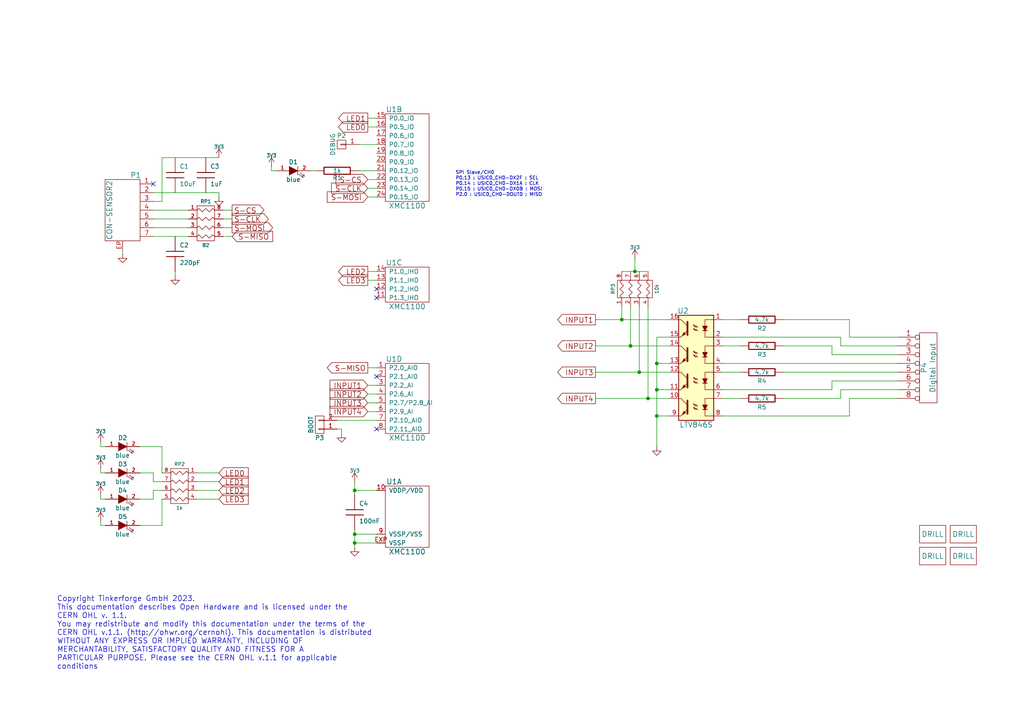
<source format=kicad_sch>
(kicad_sch (version 20230121) (generator eeschema)
  (paper "A4")
  (title_block (title "Industrial Digital In 4 2.0") (date "2023-01-30") (rev "2.0") (company "Tinkerforge GmbH") (comment 1 "Licensed under CERN OHL v.1.1") (comment 2 "Copyright (©) 2023, B.Nordmeyer <bastian@tinkerforge.com>"))
  (lib_symbols
    (symbol "tinkerforge:3V3" (power) (pin_names (offset 0))
      (property "Value" "3V3" (at 0 3.556 0))
      (symbol "3V3_0_1"
        (polyline (pts (xy -0.762 1.27) (xy 0 2.54)))
        (polyline (pts (xy 0 0) (xy 0 2.54)))
        (polyline (pts (xy 0 2.54) (xy 0.762 1.27)))
      )
      (symbol "3V3_1_1"
        (pin power_in line (at 0 0 90) (length 0) hide (name "3V3") (number "1"))
      )
    )
    (symbol "tinkerforge:C" (pin_numbers hide) (pin_names (offset 0.254))
      (property "Reference" "C" (at 1.27 2.54 0))
      (property "Value" "C" (at 1.27 -2.54 0))
      (symbol "C_0_1"
        (polyline (pts (xy -2.54 -0.762) (xy 2.54 -0.762)) (stroke (width 0.254)))
        (polyline (pts (xy -2.54 0.762) (xy 2.54 0.762)) (stroke (width 0.254)))
      )
      (symbol "C_1_1"
        (pin passive line (at 0 5.08 270) (length 4.318) (name "~") (number "1"))
        (pin passive line (at 0 -5.08 90) (length 4.318) (name "~") (number "2"))
      )
    )
    (symbol "tinkerforge:CON-SENSOR2" (pin_names (offset 1.016))
      (property "Reference" "P" (at -3.81 10.16 0))
      (property "Value" "CON-SENSOR2" (at 3.81 0 90))
      (symbol "CON-SENSOR2_0_1"
        (rectangle (start -5.08 8.89) (end 5.08 -8.89))
      )
      (symbol "CON-SENSOR2_1_1"
        (pin passive line (at -8.89 7.62 0) (length 3.81) (name "~") (number "1"))
        (pin passive line (at -8.89 5.08 0) (length 3.81) (name "~") (number "2"))
        (pin passive line (at -8.89 2.54 0) (length 3.81) (name "~") (number "3"))
        (pin passive line (at -8.89 0 0) (length 3.81) (name "~") (number "4"))
        (pin passive line (at -8.89 -2.54 0) (length 3.81) (name "~") (number "5"))
        (pin passive line (at -8.89 -5.08 0) (length 3.81) (name "~") (number "6"))
        (pin passive line (at -8.89 -7.62 0) (length 3.81) (name "~") (number "7"))
        (pin passive line (at 0 -11.43 90) (length 2.54) (name "~") (number "EP"))
      )
    )
    (symbol "tinkerforge:CONN_01X01" (pin_names (offset 1.016) hide)
      (property "Reference" "P" (at 0 2.54 0))
      (property "Value" "CONN_01X01" (at 2.54 0 90))
      (symbol "CONN_01X01_0_1"
        (rectangle (start -1.27 0.127) (end 0.254 -0.127))
        (rectangle (start -1.27 1.27) (end 1.27 -1.27))
      )
      (symbol "CONN_01X01_1_1"
        (pin passive line (at -5.08 0 0) (length 3.81) (name "P1") (number "1"))
      )
    )
    (symbol "tinkerforge:CONN_01X02" (pin_names (offset 1.016) hide)
      (property "Reference" "P" (at 0 3.81 0))
      (property "Value" "CONN_01X02" (at 2.54 0 90))
      (symbol "CONN_01X02_0_1"
        (rectangle (start -1.27 -1.143) (end 0.254 -1.397))
        (rectangle (start -1.27 1.397) (end 0.254 1.143))
        (rectangle (start -1.27 2.54) (end 1.27 -2.54))
      )
      (symbol "CONN_01X02_1_1"
        (pin passive line (at -5.08 1.27 0) (length 3.81) (name "P1") (number "1"))
        (pin passive line (at -5.08 -1.27 0) (length 3.81) (name "P2") (number "2"))
      )
    )
    (symbol "tinkerforge:CONN_8" (pin_names (offset 0.762) hide)
      (property "Reference" "P" (at -1.27 0 90))
      (property "Value" "CONN_8" (at 1.27 0 90))
      (symbol "CONN_8_0_1"
        (rectangle (start -2.54 10.16) (end 2.54 -10.16))
      )
      (symbol "CONN_8_1_1"
        (pin passive inverted (at -8.89 8.89 0) (length 6.35) (name "1") (number "1"))
        (pin passive inverted (at -8.89 6.35 0) (length 6.35) (name "2") (number "2"))
        (pin passive inverted (at -8.89 3.81 0) (length 6.35) (name "3") (number "3"))
        (pin passive inverted (at -8.89 1.27 0) (length 6.35) (name "4") (number "4"))
        (pin passive inverted (at -8.89 -1.27 0) (length 6.35) (name "5") (number "5"))
        (pin passive inverted (at -8.89 -3.81 0) (length 6.35) (name "6") (number "6"))
        (pin passive inverted (at -8.89 -6.35 0) (length 6.35) (name "~") (number "7"))
        (pin passive inverted (at -8.89 -8.89 0) (length 6.35) (name "~") (number "8"))
      )
    )
    (symbol "tinkerforge:DRILL" (pin_numbers hide) (pin_names (offset 0) hide)
      (property "Value" "DRILL" (at 0 0 0))
      (symbol "DRILL_0_1"
        (rectangle (start -3.81 2.54) (end 3.81 -2.54))
      )
    )
    (symbol "tinkerforge:GND" (power) (pin_names (offset 0))
      (property "Value" "GND" (at 0 -5.08 0))
      (symbol "GND_0_1"
        (polyline (pts (xy 0 0) (xy 0 -1.27) (xy 1.27 -1.27) (xy 0 -2.54) (xy -1.27 -1.27) (xy 0 -1.27)))
      )
      (symbol "GND_1_1"
        (pin power_in line (at 0 0 270) (length 0) hide (name "GND") (number "1"))
      )
    )
    (symbol "tinkerforge:LED" (pin_names (offset 1.016) hide)
      (property "Reference" "D" (at 0 2.54 0))
      (property "Value" "LED" (at 0 -2.54 0))
      (symbol "LED_0_1"
        (polyline (pts (xy 1.27 1.27) (xy 1.27 -1.27)))
        (polyline (pts (xy -1.27 1.27) (xy 1.27 0) (xy -1.27 -1.27)) (fill (type outline)))
        (polyline (pts (xy 1.651 -1.016) (xy 2.794 -2.032) (xy 2.667 -1.397)))
        (polyline (pts (xy 2.032 -0.635) (xy 3.175 -1.651) (xy 3.048 -1.016)))
      )
      (symbol "LED_1_1"
        (pin passive line (at -5.08 0 0) (length 3.81) (name "A") (number "1"))
        (pin passive line (at 5.08 0 180) (length 3.81) (name "K") (number "2"))
      )
    )
    (symbol "tinkerforge:LTV-847" (pin_names (offset 1.016))
      (property "Reference" "U" (at -5.08 17.78 0))
      (property "Value" "LTV-847" (at 0 17.78 0))
      (property "Footprint" "DIP-16" (at -5.08 -15.24 0))
      (property "Datasheet" "http://www.us.liteon.com/downloads/LTV-817-827-847.PDF" (at 0 -2.54 0))
      (symbol "LTV-847_0_1"
        (rectangle (start -5.08 16.51) (end 5.08 -13.97) (stroke (width 0.254)) (fill (type background)))
        (polyline (pts (xy -3.175 -10.795) (xy -1.905 -10.795)) (stroke (width 0.254)))
        (polyline (pts (xy -3.175 -3.175) (xy -1.905 -3.175)) (stroke (width 0.254)))
        (polyline (pts (xy -3.175 4.445) (xy -1.905 4.445)) (stroke (width 0.254)))
        (polyline (pts (xy -3.175 12.065) (xy -1.905 12.065)) (stroke (width 0.254)))
        (polyline (pts (xy 2.54 -9.525) (xy 4.445 -7.62)))
        (polyline (pts (xy 2.54 -1.905) (xy 4.445 0)))
        (polyline (pts (xy 2.54 5.715) (xy 4.445 7.62)))
        (polyline (pts (xy 2.54 13.335) (xy 4.445 15.24)))
        (polyline (pts (xy 4.445 -12.7) (xy 2.54 -10.795)) (fill (type outline)))
        (polyline (pts (xy 4.445 -12.7) (xy 5.08 -12.7)))
        (polyline (pts (xy 4.445 -7.62) (xy 5.08 -7.62)))
        (polyline (pts (xy 4.445 -5.08) (xy 2.54 -3.175)) (fill (type outline)))
        (polyline (pts (xy 4.445 -5.08) (xy 5.08 -5.08)))
        (polyline (pts (xy 4.445 0) (xy 5.08 0)))
        (polyline (pts (xy 4.445 2.54) (xy 2.54 4.445)) (fill (type outline)))
        (polyline (pts (xy 4.445 2.54) (xy 5.08 2.54)))
        (polyline (pts (xy 4.445 7.62) (xy 5.08 7.62)))
        (polyline (pts (xy 4.445 10.16) (xy 2.54 12.065)) (fill (type outline)))
        (polyline (pts (xy 4.445 10.16) (xy 5.08 10.16)))
        (polyline (pts (xy 4.445 15.24) (xy 5.08 15.24)))
        (polyline (pts (xy -5.08 -7.62) (xy -2.54 -7.62) (xy -2.54 -9.525)))
        (polyline (pts (xy -5.08 0) (xy -2.54 0) (xy -2.54 -1.905)))
        (polyline (pts (xy -5.08 7.62) (xy -2.54 7.62) (xy -2.54 5.715)))
        (polyline (pts (xy -5.08 15.24) (xy -2.54 15.24) (xy -2.54 13.335)))
        (polyline (pts (xy -2.54 -10.795) (xy -2.54 -12.7) (xy -5.08 -12.7)))
        (polyline (pts (xy -2.54 -3.175) (xy -2.54 -5.08) (xy -5.08 -5.08)))
        (polyline (pts (xy -2.54 4.445) (xy -2.54 2.54) (xy -5.08 2.54)))
        (polyline (pts (xy -2.54 12.065) (xy -2.54 10.16) (xy -5.08 10.16)))
        (polyline (pts (xy 2.54 -8.255) (xy 2.54 -12.065) (xy 2.54 -12.065)) (stroke (width 0.508)))
        (polyline (pts (xy 2.54 -0.635) (xy 2.54 -4.445) (xy 2.54 -4.445)) (stroke (width 0.508)))
        (polyline (pts (xy 2.54 6.985) (xy 2.54 3.175) (xy 2.54 3.175)) (stroke (width 0.508)))
        (polyline (pts (xy 2.54 14.605) (xy 2.54 10.795) (xy 2.54 10.795)) (stroke (width 0.508)))
        (polyline (pts (xy -2.54 -10.795) (xy -3.175 -9.525) (xy -1.905 -9.525) (xy -2.54 -10.795)) (stroke (width 0.254)) (fill (type outline)))
        (polyline (pts (xy -2.54 -3.175) (xy -3.175 -1.905) (xy -1.905 -1.905) (xy -2.54 -3.175)) (stroke (width 0.254)) (fill (type outline)))
        (polyline (pts (xy -2.54 4.445) (xy -3.175 5.715) (xy -1.905 5.715) (xy -2.54 4.445)) (stroke (width 0.254)) (fill (type outline)))
        (polyline (pts (xy -2.54 12.065) (xy -3.175 13.335) (xy -1.905 13.335) (xy -2.54 12.065)) (stroke (width 0.254)) (fill (type outline)))
        (polyline (pts (xy -0.508 -9.906) (xy 0.0254 -9.398) (xy 0.0254 -9.906) (xy 0.7874 -9.144)))
        (polyline (pts (xy -0.508 -2.286) (xy 0.0254 -1.778) (xy 0.0254 -2.286) (xy 0.7874 -1.524)))
        (polyline (pts (xy -0.508 5.334) (xy 0.0254 5.842) (xy 0.0254 5.334) (xy 0.7874 6.096)))
        (polyline (pts (xy -0.508 12.954) (xy 0.0254 13.462) (xy 0.0254 12.954) (xy 0.7874 13.716)))
        (polyline (pts (xy 0.7874 -9.144) (xy 0.2794 -9.398) (xy 0.5334 -9.652) (xy 0.7874 -9.144)))
        (polyline (pts (xy 0.7874 -1.524) (xy 0.2794 -1.778) (xy 0.5334 -2.032) (xy 0.7874 -1.524)))
        (polyline (pts (xy 0.7874 6.096) (xy 0.2794 5.842) (xy 0.5334 5.588) (xy 0.7874 6.096)))
        (polyline (pts (xy 0.7874 13.716) (xy 0.2794 13.462) (xy 0.5334 13.208) (xy 0.7874 13.716)))
        (polyline (pts (xy 3.048 -11.811) (xy 3.556 -11.303) (xy 4.064 -12.319) (xy 3.048 -11.811) (xy 3.048 -11.811)) (fill (type outline)))
        (polyline (pts (xy 3.048 -4.191) (xy 3.556 -3.683) (xy 4.064 -4.699) (xy 3.048 -4.191) (xy 3.048 -4.191)) (fill (type outline)))
        (polyline (pts (xy 3.048 3.429) (xy 3.556 3.937) (xy 4.064 2.921) (xy 3.048 3.429) (xy 3.048 3.429)) (fill (type outline)))
        (polyline (pts (xy 3.048 11.049) (xy 3.556 11.557) (xy 4.064 10.541) (xy 3.048 11.049) (xy 3.048 11.049)) (fill (type outline)))
        (polyline (pts (xy -0.508 -10.922) (xy 0.0254 -10.414) (xy 0.0254 -10.922) (xy 0.7874 -10.16) (xy 0.2794 -10.414) (xy 0.5334 -10.668) (xy 0.7874 -10.16)))
        (polyline (pts (xy -0.508 -3.302) (xy 0.0254 -2.794) (xy 0.0254 -3.302) (xy 0.7874 -2.54) (xy 0.2794 -2.794) (xy 0.5334 -3.048) (xy 0.7874 -2.54)))
        (polyline (pts (xy -0.508 4.318) (xy 0.0254 4.826) (xy 0.0254 4.318) (xy 0.7874 5.08) (xy 0.2794 4.826) (xy 0.5334 4.572) (xy 0.7874 5.08)))
        (polyline (pts (xy -0.508 11.938) (xy 0.0254 12.446) (xy 0.0254 11.938) (xy 0.7874 12.7) (xy 0.2794 12.446) (xy 0.5334 12.192) (xy 0.7874 12.7)))
      )
      (symbol "LTV-847_1_1"
        (pin passive line (at -7.62 15.24 0) (length 2.54) (name "~") (number "1"))
        (pin passive line (at 7.62 -7.62 180) (length 2.54) (name "~") (number "10"))
        (pin passive line (at 7.62 -5.08 180) (length 2.54) (name "~") (number "11"))
        (pin passive line (at 7.62 0 180) (length 2.54) (name "~") (number "12"))
        (pin passive line (at 7.62 2.54 180) (length 2.54) (name "~") (number "13"))
        (pin passive line (at 7.62 7.62 180) (length 2.54) (name "~") (number "14"))
        (pin passive line (at 7.62 10.16 180) (length 2.54) (name "~") (number "15"))
        (pin passive line (at 7.62 15.24 180) (length 2.54) (name "~") (number "16"))
        (pin passive line (at -7.62 10.16 0) (length 2.54) (name "~") (number "2"))
        (pin passive line (at -7.62 7.62 0) (length 2.54) (name "~") (number "3"))
        (pin passive line (at -7.62 2.54 0) (length 2.54) (name "~") (number "4"))
        (pin passive line (at -7.62 0 0) (length 2.54) (name "~") (number "5"))
        (pin passive line (at -7.62 -5.08 0) (length 2.54) (name "~") (number "6"))
        (pin passive line (at -7.62 -7.62 0) (length 2.54) (name "~") (number "7"))
        (pin passive line (at -7.62 -12.7 0) (length 2.54) (name "~") (number "8"))
        (pin passive line (at 7.62 -12.7 180) (length 2.54) (name "~") (number "9"))
      )
    )
    (symbol "tinkerforge:R" (pin_numbers hide) (pin_names (offset 0))
      (property "Reference" "R" (at 2.032 0 90))
      (property "Value" "R" (at 0 0 90))
      (symbol "R_0_1"
        (rectangle (start -1.016 3.81) (end 1.016 -3.81) (stroke (width 0.3048)))
      )
      (symbol "R_1_1"
        (pin passive line (at 0 6.35 270) (length 2.54) (name "~") (number "1"))
        (pin passive line (at 0 -6.35 90) (length 2.54) (name "~") (number "2"))
      )
    )
    (symbol "tinkerforge:R_PACK4" (pin_names hide)
      (property "Reference" "RP" (at 0 11.43 0))
      (property "Value" "R_PACK4" (at 0 -1.27 0))
      (symbol "R_PACK4_0_1"
        (polyline (pts (xy -2.54 10.16) (xy -2.54 0) (xy 2.54 0) (xy 2.54 10.16) (xy -2.54 10.16)))
        (polyline (pts (xy -2.54 1.27) (xy -2.032 1.778) (xy -1.016 0.762) (xy 0 1.778) (xy 1.016 0.762) (xy 2.032 1.778) (xy 2.54 1.27)))
        (polyline (pts (xy -2.54 3.81) (xy -2.032 4.318) (xy -1.016 3.302) (xy 0 4.318) (xy 1.016 3.302) (xy 2.032 4.318) (xy 2.54 3.81)))
        (polyline (pts (xy -2.54 6.35) (xy -2.032 6.858) (xy -1.016 5.842) (xy 0 6.858) (xy 1.016 5.842) (xy 2.032 6.858) (xy 2.54 6.35)))
        (polyline (pts (xy -2.54 8.89) (xy -2.032 9.398) (xy -1.016 8.382) (xy 0 9.398) (xy 1.016 8.382) (xy 2.032 9.398) (xy 2.54 8.89)))
      )
      (symbol "R_PACK4_1_1"
        (pin passive line (at -5.08 8.89 0) (length 2.54) (name "P1") (number "1"))
        (pin passive line (at -5.08 6.35 0) (length 2.54) (name "P2") (number "2"))
        (pin passive line (at -5.08 3.81 0) (length 2.54) (name "P3") (number "3"))
        (pin passive line (at -5.08 1.27 0) (length 2.54) (name "P4") (number "4"))
        (pin passive line (at 5.08 1.27 180) (length 2.54) (name "R4") (number "5"))
        (pin passive line (at 5.08 3.81 180) (length 2.54) (name "R3") (number "6"))
        (pin passive line (at 5.08 6.35 180) (length 2.54) (name "R2") (number "7"))
        (pin passive line (at 5.08 8.89 180) (length 2.54) (name "R1") (number "8"))
      )
    )
    (symbol "tinkerforge:XMC1XXX24" (pin_names (offset 1.016))
      (property "Reference" "U" (at -3.81 15.24 0))
      (property "Value" "XMC1XXX24" (at 0 -16.51 0))
      (symbol "XMC1XXX24_1_1"
        (rectangle (start -6.35 8.89) (end 6.35 -8.89))
        (pin passive line (at -8.89 7.62 0) (length 2.54) (name "VDDP/VDD") (number "10"))
        (pin passive line (at -8.89 -5.08 0) (length 2.54) (name "VSSP/VSS") (number "9"))
        (pin passive line (at -8.89 -7.62 0) (length 2.54) (name "VSSP") (number "EXP"))
      )
      (symbol "XMC1XXX24_2_1"
        (rectangle (start -6.35 12.7) (end 6.35 -12.7))
        (pin passive line (at -8.89 11.43 0) (length 2.54) (name "P0.0_IO") (number "15"))
        (pin passive line (at -8.89 8.89 0) (length 2.54) (name "P0.5_IO") (number "16"))
        (pin passive line (at -8.89 6.35 0) (length 2.54) (name "P0.6_IO") (number "17"))
        (pin passive line (at -8.89 3.81 0) (length 2.54) (name "P0.7_IO") (number "18"))
        (pin passive line (at -8.89 1.27 0) (length 2.54) (name "P0.8_IO") (number "19"))
        (pin passive line (at -8.89 -1.27 0) (length 2.54) (name "P0.9_IO") (number "20"))
        (pin passive line (at -8.89 -3.81 0) (length 2.54) (name "P0.12_IO") (number "21"))
        (pin passive line (at -8.89 -6.35 0) (length 2.54) (name "P0.13_IO") (number "22"))
        (pin passive line (at -8.89 -8.89 0) (length 2.54) (name "P0.14_IO") (number "23"))
        (pin passive line (at -8.89 -11.43 0) (length 2.54) (name "P0.15_IO") (number "24"))
      )
      (symbol "XMC1XXX24_3_1"
        (rectangle (start -6.35 5.08) (end 6.35 -5.08))
        (pin passive line (at -8.89 -3.81 0) (length 2.54) (name "P1.3_IHO") (number "11"))
        (pin passive line (at -8.89 -1.27 0) (length 2.54) (name "P1.2_IHO") (number "12"))
        (pin passive line (at -8.89 1.27 0) (length 2.54) (name "P1.1_IHO") (number "13"))
        (pin passive line (at -8.89 3.81 0) (length 2.54) (name "P1.0_IHO") (number "14"))
      )
      (symbol "XMC1XXX24_4_1"
        (rectangle (start -6.35 10.16) (end 6.35 -10.16))
        (pin passive line (at -8.89 8.89 0) (length 2.54) (name "P2.0_AIO") (number "1"))
        (pin passive line (at -8.89 6.35 0) (length 2.54) (name "P2.1_AIO") (number "2"))
        (pin passive line (at -8.89 3.81 0) (length 2.54) (name "P2.2_AI") (number "3"))
        (pin passive line (at -8.89 1.27 0) (length 2.54) (name "P2.6_AI") (number "4"))
        (pin passive line (at -8.89 -1.27 0) (length 2.54) (name "P2.7/P2.8_AI") (number "5"))
        (pin passive line (at -8.89 -3.81 0) (length 2.54) (name "P2.9_AI") (number "6"))
        (pin passive line (at -8.89 -6.35 0) (length 2.54) (name "P2.10_AIO") (number "7"))
        (pin passive line (at -8.89 -8.89 0) (length 2.54) (name "P2.11_AIO") (number "8"))
      )
    )
  )
  (junction (at 185.42 107.95))
  (junction (at 190.5 113.03))
  (junction (at 102.87 154.94))
  (junction (at 184.15 78.74))
  (junction (at 102.87 142.24))
  (junction (at 180.34 92.71))
  (junction (at 182.88 100.33))
  (junction (at 187.96 115.57))
  (junction (at 190.5 105.41))
  (junction (at 190.5 120.65))
  (junction (at 102.87 157.48))
  (no_connect (at 109.22 109.22))
  (no_connect (at 109.22 83.82))
  (no_connect (at 109.22 86.36))
  (no_connect (at 109.22 124.46))
  (no_connect (at 44.45 53.34))
  (wire (pts (xy 50.8 80.01) (xy 50.8 78.74)))
  (wire (pts (xy 182.88 100.33) (xy 194.31 100.33)))
  (wire (pts (xy 227.33 115.57) (xy 243.84 115.57)))
  (wire (pts (xy 29.21 137.16) (xy 30.48 137.16)))
  (wire (pts (xy 109.22 54.61) (xy 106.68 54.61)))
  (wire (pts (xy 29.21 144.78) (xy 30.48 144.78)))
  (wire (pts (xy 227.33 107.95) (xy 260.35 107.95)))
  (wire (pts (xy 99.06 124.46) (xy 99.06 125.73)))
  (wire (pts (xy 44.45 137.16) (xy 44.45 139.7)))
  (wire (pts (xy 260.35 110.49) (xy 241.3 110.49)))
  (wire (pts (xy 209.55 92.71) (xy 214.63 92.71)))
  (wire (pts (xy 185.42 88.9) (xy 185.42 107.95)))
  (wire (pts (xy 194.31 105.41) (xy 190.5 105.41)))
  (wire (pts (xy 29.21 151.13) (xy 29.21 152.4)))
  (wire (pts (xy 194.31 120.65) (xy 190.5 120.65)))
  (wire (pts (xy 57.15 142.24) (xy 63.5 142.24)))
  (wire (pts (xy 241.3 113.03) (xy 209.55 113.03)))
  (wire (pts (xy 106.68 57.15) (xy 109.22 57.15)))
  (wire (pts (xy 46.99 45.72) (xy 46.99 58.42)))
  (wire (pts (xy 172.72 100.33) (xy 182.88 100.33)))
  (wire (pts (xy 182.88 88.9) (xy 182.88 100.33)))
  (wire (pts (xy 109.22 114.3) (xy 106.68 114.3)))
  (wire (pts (xy 209.55 115.57) (xy 214.63 115.57)))
  (wire (pts (xy 40.64 152.4) (xy 46.99 152.4)))
  (wire (pts (xy 260.35 115.57) (xy 246.38 115.57)))
  (wire (pts (xy 67.31 63.5) (xy 64.77 63.5)))
  (wire (pts (xy 106.68 78.74) (xy 109.22 78.74)))
  (wire (pts (xy 102.87 139.7) (xy 102.87 142.24)))
  (wire (pts (xy 180.34 88.9) (xy 180.34 92.71)))
  (wire (pts (xy 64.77 60.96) (xy 67.31 60.96)))
  (wire (pts (xy 109.22 157.48) (xy 102.87 157.48)))
  (wire (pts (xy 29.21 129.54) (xy 30.48 129.54)))
  (wire (pts (xy 209.55 107.95) (xy 214.63 107.95)))
  (wire (pts (xy 44.45 66.04) (xy 54.61 66.04)))
  (wire (pts (xy 29.21 135.89) (xy 29.21 137.16)))
  (wire (pts (xy 184.15 78.74) (xy 187.96 78.74)))
  (wire (pts (xy 106.68 52.07) (xy 109.22 52.07)))
  (wire (pts (xy 172.72 92.71) (xy 180.34 92.71)))
  (wire (pts (xy 64.77 66.04) (xy 67.31 66.04)))
  (wire (pts (xy 104.14 41.91) (xy 109.22 41.91)))
  (wire (pts (xy 44.45 144.78) (xy 44.45 142.24)))
  (wire (pts (xy 241.3 110.49) (xy 241.3 113.03)))
  (wire (pts (xy 44.45 60.96) (xy 54.61 60.96)))
  (wire (pts (xy 106.68 116.84) (xy 109.22 116.84)))
  (wire (pts (xy 109.22 119.38) (xy 106.68 119.38)))
  (wire (pts (xy 106.68 106.68) (xy 109.22 106.68)))
  (wire (pts (xy 67.31 68.58) (xy 64.77 68.58)))
  (wire (pts (xy 35.56 73.66) (xy 35.56 72.39)))
  (wire (pts (xy 190.5 97.79) (xy 190.5 105.41)))
  (wire (pts (xy 40.64 137.16) (xy 44.45 137.16)))
  (wire (pts (xy 227.33 92.71) (xy 246.38 92.71)))
  (wire (pts (xy 102.87 154.94) (xy 102.87 157.48)))
  (wire (pts (xy 97.79 124.46) (xy 99.06 124.46)))
  (wire (pts (xy 78.74 48.26) (xy 78.74 49.53)))
  (wire (pts (xy 29.21 152.4) (xy 30.48 152.4)))
  (wire (pts (xy 243.84 97.79) (xy 243.84 100.33)))
  (wire (pts (xy 241.3 102.87) (xy 260.35 102.87)))
  (wire (pts (xy 194.31 113.03) (xy 190.5 113.03)))
  (wire (pts (xy 78.74 49.53) (xy 80.01 49.53)))
  (wire (pts (xy 63.5 144.78) (xy 57.15 144.78)))
  (wire (pts (xy 184.15 74.93) (xy 184.15 78.74)))
  (wire (pts (xy 246.38 97.79) (xy 246.38 92.71)))
  (wire (pts (xy 44.45 58.42) (xy 46.99 58.42)))
  (wire (pts (xy 106.68 111.76) (xy 109.22 111.76)))
  (wire (pts (xy 109.22 142.24) (xy 102.87 142.24)))
  (wire (pts (xy 241.3 100.33) (xy 241.3 102.87)))
  (wire (pts (xy 209.55 97.79) (xy 243.84 97.79)))
  (wire (pts (xy 106.68 36.83) (xy 109.22 36.83)))
  (wire (pts (xy 40.64 144.78) (xy 44.45 144.78)))
  (wire (pts (xy 46.99 45.72) (xy 63.5 45.72)))
  (wire (pts (xy 190.5 120.65) (xy 190.5 129.54)))
  (wire (pts (xy 46.99 152.4) (xy 46.99 144.78)))
  (wire (pts (xy 104.14 49.53) (xy 109.22 49.53)))
  (wire (pts (xy 180.34 92.71) (xy 194.31 92.71)))
  (wire (pts (xy 172.72 115.57) (xy 187.96 115.57)))
  (wire (pts (xy 260.35 97.79) (xy 246.38 97.79)))
  (wire (pts (xy 190.5 105.41) (xy 190.5 113.03)))
  (wire (pts (xy 102.87 157.48) (xy 102.87 158.75)))
  (wire (pts (xy 29.21 128.27) (xy 29.21 129.54)))
  (wire (pts (xy 44.45 55.88) (xy 63.5 55.88)))
  (wire (pts (xy 209.55 105.41) (xy 260.35 105.41)))
  (wire (pts (xy 194.31 97.79) (xy 190.5 97.79)))
  (wire (pts (xy 109.22 81.28) (xy 106.68 81.28)))
  (wire (pts (xy 109.22 34.29) (xy 106.68 34.29)))
  (wire (pts (xy 54.61 63.5) (xy 44.45 63.5)))
  (wire (pts (xy 44.45 68.58) (xy 54.61 68.58)))
  (wire (pts (xy 102.87 153.67) (xy 102.87 154.94)))
  (wire (pts (xy 185.42 107.95) (xy 172.72 107.95)))
  (wire (pts (xy 243.84 115.57) (xy 243.84 113.03)))
  (wire (pts (xy 194.31 107.95) (xy 185.42 107.95)))
  (wire (pts (xy 227.33 100.33) (xy 241.3 100.33)))
  (wire (pts (xy 109.22 154.94) (xy 102.87 154.94)))
  (wire (pts (xy 57.15 137.16) (xy 63.5 137.16)))
  (wire (pts (xy 44.45 139.7) (xy 46.99 139.7)))
  (wire (pts (xy 46.99 129.54) (xy 46.99 137.16)))
  (wire (pts (xy 29.21 143.51) (xy 29.21 144.78)))
  (wire (pts (xy 246.38 120.65) (xy 209.55 120.65)))
  (wire (pts (xy 63.5 139.7) (xy 57.15 139.7)))
  (wire (pts (xy 63.5 55.88) (xy 63.5 57.15)))
  (wire (pts (xy 44.45 142.24) (xy 46.99 142.24)))
  (wire (pts (xy 102.87 142.24) (xy 102.87 143.51)))
  (wire (pts (xy 243.84 113.03) (xy 260.35 113.03)))
  (wire (pts (xy 40.64 129.54) (xy 46.99 129.54)))
  (wire (pts (xy 209.55 100.33) (xy 214.63 100.33)))
  (wire (pts (xy 187.96 115.57) (xy 194.31 115.57)))
  (wire (pts (xy 187.96 88.9) (xy 187.96 115.57)))
  (wire (pts (xy 97.79 121.92) (xy 109.22 121.92)))
  (wire (pts (xy 243.84 100.33) (xy 260.35 100.33)))
  (wire (pts (xy 190.5 113.03) (xy 190.5 120.65)))
  (wire (pts (xy 246.38 115.57) (xy 246.38 120.65)))
  (wire (pts (xy 90.17 49.53) (xy 91.44 49.53)))
  (wire (pts (xy 180.34 78.74) (xy 184.15 78.74)))
  (text "SPI Slave/CH0\nP0.13 : USIC0_CH0-DX2F : SEL\nP0.14 : USIC0_CH0-DX1A : CLK\nP0.15 : USIC0_CH0-DX0B : MOSI\nP2.0 : USIC0_CH0-DOUT0 : MISO" (at 132.08 57.15 0) (effects (font (size 0.9906 0.9906)) (justify left bottom)))
  (text "Copyright Tinkerforge GmbH 2023.\nThis documentation describes Open Hardware and is licensed under the\nCERN OHL v. 1.1.\nYou may redistribute and modify this documentation under the terms of the\nCERN OHL v.1.1. (http://ohwr.org/cernohl). This documentation is distributed\nWITHOUT ANY EXPRESS OR IMPLIED WARRANTY, INCLUDING OF\nMERCHANTABILITY, SATISFACTORY QUALITY AND FITNESS FOR A\nPARTICULAR PURPOSE. Please see the CERN OHL v.1.1 for applicable\nconditions\n" (at 16.51 194.31 0) (effects (font (size 1.524 1.524)) (justify left bottom)))
  (global_label "LED1" (shape output) (at 106.68 34.29 180) (effects (font (size 1.524 1.524))) (property "Intersheetrefs" "${INTERSHEET_REFS}" (effects hide)))
  (global_label "S-CLK" (shape output) (at 67.31 63.5 0) (effects (font (size 1.524 1.524))) (property "Intersheetrefs" "${INTERSHEET_REFS}" (effects hide)))
  (global_label "INPUT1" (shape output) (at 172.72 92.71 180) (effects (font (size 1.524 1.524))) (property "Intersheetrefs" "${INTERSHEET_REFS}" (effects hide)))
  (global_label "LED2" (shape output) (at 106.68 78.74 180) (effects (font (size 1.524 1.524))) (property "Intersheetrefs" "${INTERSHEET_REFS}" (effects hide)))
  (global_label "LED3" (shape output) (at 106.68 81.28 180) (effects (font (size 1.524 1.524))) (property "Intersheetrefs" "${INTERSHEET_REFS}" (effects hide)))
  (global_label "INPUT3" (shape input) (at 106.68 116.84 180) (effects (font (size 1.524 1.524))) (property "Intersheetrefs" "${INTERSHEET_REFS}" (effects hide)))
  (global_label "S-CLK" (shape input) (at 106.68 54.61 180) (effects (font (size 1.524 1.524))) (property "Intersheetrefs" "${INTERSHEET_REFS}" (effects hide)))
  (global_label "LED1" (shape input) (at 63.5 139.7 0) (effects (font (size 1.524 1.524))) (property "Intersheetrefs" "${INTERSHEET_REFS}" (effects hide)))
  (global_label "S-MISO" (shape input) (at 67.31 68.58 0) (effects (font (size 1.524 1.524))) (property "Intersheetrefs" "${INTERSHEET_REFS}" (effects hide)))
  (global_label "LED0" (shape input) (at 63.5 137.16 0) (effects (font (size 1.524 1.524))) (property "Intersheetrefs" "${INTERSHEET_REFS}" (effects hide)))
  (global_label "INPUT3" (shape output) (at 172.72 107.95 180) (effects (font (size 1.524 1.524))) (property "Intersheetrefs" "${INTERSHEET_REFS}" (effects hide)))
  (global_label "INPUT2" (shape input) (at 106.68 114.3 180) (effects (font (size 1.524 1.524))) (property "Intersheetrefs" "${INTERSHEET_REFS}" (effects hide)))
  (global_label "S-MISO" (shape output) (at 106.68 106.68 180) (effects (font (size 1.524 1.524))) (property "Intersheetrefs" "${INTERSHEET_REFS}" (effects hide)))
  (global_label "LED3" (shape input) (at 63.5 144.78 0) (effects (font (size 1.524 1.524))) (property "Intersheetrefs" "${INTERSHEET_REFS}" (effects hide)))
  (global_label "INPUT4" (shape input) (at 106.68 119.38 180) (effects (font (size 1.524 1.524))) (property "Intersheetrefs" "${INTERSHEET_REFS}" (effects hide)))
  (global_label "S-MOSI" (shape input) (at 106.68 57.15 180) (effects (font (size 1.524 1.524))) (property "Intersheetrefs" "${INTERSHEET_REFS}" (effects hide)))
  (global_label "INPUT2" (shape output) (at 172.72 100.33 180) (effects (font (size 1.524 1.524))) (property "Intersheetrefs" "${INTERSHEET_REFS}" (effects hide)))
  (global_label "LED0" (shape output) (at 106.68 36.83 180) (effects (font (size 1.524 1.524))) (property "Intersheetrefs" "${INTERSHEET_REFS}" (effects hide)))
  (global_label "S-CS" (shape input) (at 106.68 52.07 180) (effects (font (size 1.524 1.524))) (property "Intersheetrefs" "${INTERSHEET_REFS}" (effects hide)))
  (global_label "S-MOSI" (shape output) (at 67.31 66.04 0) (effects (font (size 1.524 1.524))) (property "Intersheetrefs" "${INTERSHEET_REFS}" (effects hide)))
  (global_label "INPUT1" (shape input) (at 106.68 111.76 180) (effects (font (size 1.524 1.524))) (property "Intersheetrefs" "${INTERSHEET_REFS}" (effects hide)))
  (global_label "S-CS" (shape output) (at 67.31 60.96 0) (effects (font (size 1.524 1.524))) (property "Intersheetrefs" "${INTERSHEET_REFS}" (effects hide)))
  (global_label "LED2" (shape input) (at 63.5 142.24 0) (effects (font (size 1.524 1.524))) (property "Intersheetrefs" "${INTERSHEET_REFS}" (effects hide)))
  (global_label "INPUT4" (shape output) (at 172.72 115.57 180) (effects (font (size 1.524 1.524))) (property "Intersheetrefs" "${INTERSHEET_REFS}" (effects hide)))
  (symbol (lib_id "tinkerforge:LTV-847") (at 201.93 107.95 0) (mirror y) (unit 1)
    (property "Reference" "U2" (at 198.12 90.17 0) (effects (font (size 1.524 1.524))))
    (property "Value" "LTV846S" (at 201.93 123.19 0) (effects (font (size 1.524 1.524))))
    (property "Footprint" "DIP-16" (effects hide))
    (property "Datasheet" "http://www.us.liteon.com/downloads/LTV-817-827-847.PDF" (effects hide))
  )
  (symbol (lib_id "tinkerforge:R") (at 220.98 92.71 90) (unit 1)
    (property "Reference" "R2" (at 220.98 95.25 90))
    (property "Value" "4.7k" (at 220.98 92.71 90))
    (property "Footprint" "kicad-libraries:R1210" (effects hide))
  )
  (symbol (lib_id "tinkerforge:R") (at 220.98 100.33 90) (unit 1)
    (property "Reference" "R3" (at 220.98 102.87 90))
    (property "Value" "4.7k" (at 220.98 100.33 90))
    (property "Footprint" "kicad-libraries:R1210" (effects hide))
  )
  (symbol (lib_id "tinkerforge:R") (at 220.98 107.95 90) (unit 1)
    (property "Reference" "R4" (at 220.98 110.49 90))
    (property "Value" "4.7k" (at 220.98 107.95 90))
    (property "Footprint" "kicad-libraries:R1210" (effects hide))
  )
  (symbol (lib_id "tinkerforge:R") (at 220.98 115.57 90) (unit 1)
    (property "Reference" "R5" (at 220.98 118.11 90))
    (property "Value" "4.7k" (at 220.98 115.57 90))
    (property "Footprint" "kicad-libraries:R1210" (effects hide))
  )
  (symbol (lib_id "tinkerforge:GND") (at 190.5 129.54 0) (unit 1)
    (property "Reference" "#PWR04" (effects hide))
    (property "Value" "GND" (effects hide))
  )
  (symbol (lib_id "tinkerforge:R_PACK4") (at 189.23 83.82 90) (unit 1)
    (property "Reference" "RP3" (at 177.8 83.82 0) (effects (font (size 1.016 1.016))))
    (property "Value" "10k" (at 190.5 83.82 0) (effects (font (size 1.016 1.016))))
    (property "Footprint" "kicad-libraries:0603X4" (effects hide))
  )
  (symbol (lib_id "tinkerforge:3V3") (at 63.5 45.72 0) (unit 1)
    (property "Reference" "#PWR03" (effects hide))
    (property "Value" "3V3" (at 63.5 42.545 0) (effects (font (size 1.016 1.016))))
  )
  (symbol (lib_id "tinkerforge:3V3") (at 184.15 74.93 0) (unit 1)
    (property "Reference" "#PWR02" (effects hide))
    (property "Value" "3V3" (at 184.15 71.755 0) (effects (font (size 1.016 1.016))))
  )
  (symbol (lib_id "tinkerforge:GND") (at 50.8 80.01 0) (unit 1)
    (property "Reference" "#PWR01" (effects hide))
    (property "Value" "GND" (effects hide))
  )
  (symbol (lib_id "tinkerforge:CONN_8") (at 269.24 106.68 0) (unit 1)
    (property "Reference" "P4" (at 267.97 106.68 90) (effects (font (size 1.524 1.524))))
    (property "Value" "Digital Input" (at 270.51 106.68 90) (effects (font (size 1.524 1.524))))
    (property "Footprint" "kicad-libraries:OQ_8P" (effects hide))
  )
  (symbol (lib_id "tinkerforge:DRILL") (at 279.4 161.29 0) (unit 1)
    (property "Reference" "U6" (effects hide))
    (property "Value" "DRILL" (at 279.4 161.29 0) (effects (font (size 1.524 1.524))))
    (property "Footprint" "kicad-libraries:DRILL_NP" (effects hide))
  )
  (symbol (lib_id "tinkerforge:DRILL") (at 279.4 154.94 0) (unit 1)
    (property "Reference" "U5" (effects hide))
    (property "Value" "DRILL" (at 279.4 154.94 0) (effects (font (size 1.524 1.524))))
    (property "Footprint" "kicad-libraries:DRILL_NP" (effects hide))
  )
  (symbol (lib_id "tinkerforge:DRILL") (at 270.51 154.94 0) (unit 1)
    (property "Reference" "U3" (effects hide))
    (property "Value" "DRILL" (at 270.51 154.94 0) (effects (font (size 1.524 1.524))))
    (property "Footprint" "kicad-libraries:DRILL_NP" (effects hide))
  )
  (symbol (lib_id "tinkerforge:DRILL") (at 270.51 161.29 0) (unit 1)
    (property "Reference" "U4" (effects hide))
    (property "Value" "DRILL" (at 270.51 161.29 0) (effects (font (size 1.524 1.524))))
    (property "Footprint" "kicad-libraries:DRILL_NP" (effects hide))
  )
  (symbol (lib_id "tinkerforge:CON-SENSOR2") (at 35.56 60.96 0) (mirror y) (unit 1)
    (property "Reference" "P1" (at 39.37 50.8 0) (effects (font (size 1.524 1.524))))
    (property "Value" "CON-SENSOR2" (at 31.75 60.96 90) (effects (font (size 1.524 1.524))))
    (property "Footprint" "kicad-libraries:CON-SENSOR2" (effects hide))
  )
  (symbol (lib_id "tinkerforge:R_PACK4") (at 59.69 69.85 0) (unit 1)
    (property "Reference" "RP1" (at 59.69 58.42 0) (effects (font (size 1.016 1.016))))
    (property "Value" "82" (at 59.69 71.12 0) (effects (font (size 1.016 1.016))))
    (property "Footprint" "kicad-libraries:4X0402" (effects hide))
  )
  (symbol (lib_id "tinkerforge:C") (at 50.8 73.66 0) (unit 1)
    (property "Reference" "C2" (at 52.07 71.12 0) (effects (justify left)))
    (property "Value" "220pF" (at 52.07 76.2 0) (effects (justify left)))
    (property "Footprint" "kicad-libraries:C0402F" (effects hide))
  )
  (symbol (lib_id "tinkerforge:GND") (at 63.5 57.15 0) (unit 1)
    (property "Reference" "#PWR05" (effects hide))
    (property "Value" "GND" (effects hide))
  )
  (symbol (lib_id "tinkerforge:C") (at 50.8 50.8 0) (unit 1)
    (property "Reference" "C1" (at 52.07 48.26 0) (effects (justify left)))
    (property "Value" "10uF" (at 52.07 53.34 0) (effects (justify left)))
    (property "Footprint" "kicad-libraries:C0805" (effects hide))
  )
  (symbol (lib_id "tinkerforge:C") (at 59.69 50.8 0) (unit 1)
    (property "Reference" "C3" (at 60.96 48.26 0) (effects (justify left)))
    (property "Value" "1uF" (at 60.96 53.34 0) (effects (justify left)))
    (property "Footprint" "kicad-libraries:C0603F" (effects hide))
  )
  (symbol (lib_id "tinkerforge:XMC1XXX24") (at 118.11 45.72 0) (unit 2)
    (property "Reference" "U1" (at 114.3 31.75 0) (effects (font (size 1.524 1.524))))
    (property "Value" "XMC1100" (at 118.11 59.69 0) (effects (font (size 1.524 1.524))))
    (property "Footprint" "kicad-libraries:QFN24-4x4mm-0.5mm" (effects hide))
  )
  (symbol (lib_id "tinkerforge:XMC1XXX24") (at 118.11 82.55 0) (unit 3)
    (property "Reference" "U1" (at 114.3 76.2 0) (effects (font (size 1.524 1.524))))
    (property "Value" "XMC1100" (at 118.11 88.9 0) (effects (font (size 1.524 1.524))))
    (property "Footprint" "kicad-libraries:QFN24-4x4mm-0.5mm" (effects hide))
  )
  (symbol (lib_id "tinkerforge:XMC1XXX24") (at 118.11 115.57 0) (unit 4)
    (property "Reference" "U1" (at 114.3 104.14 0) (effects (font (size 1.524 1.524))))
    (property "Value" "XMC1100" (at 118.11 127 0) (effects (font (size 1.524 1.524))))
    (property "Footprint" "kicad-libraries:QFN24-4x4mm-0.5mm" (effects hide))
  )
  (symbol (lib_id "tinkerforge:XMC1XXX24") (at 118.11 149.86 0) (unit 1)
    (property "Reference" "U1" (at 114.3 139.7 0) (effects (font (size 1.524 1.524))))
    (property "Value" "XMC1100" (at 118.11 160.02 0) (effects (font (size 1.524 1.524))))
    (property "Footprint" "kicad-libraries:QFN24-4x4mm-0.5mm" (effects hide))
  )
  (symbol (lib_id "tinkerforge:CONN_01X01") (at 99.06 41.91 0) (mirror y) (unit 1)
    (property "Reference" "P2" (at 99.06 39.37 0))
    (property "Value" "DEBUG" (at 96.52 41.91 90))
    (property "Footprint" "kicad-libraries:DEBUG_PAD" (effects hide))
  )
  (symbol (lib_id "tinkerforge:CONN_01X02") (at 92.71 123.19 180) (unit 1)
    (property "Reference" "P3" (at 92.71 127 0))
    (property "Value" "BOOT" (at 90.17 123.19 90))
    (property "Footprint" "kicad-libraries:SolderJumper" (effects hide))
  )
  (symbol (lib_id "tinkerforge:GND") (at 99.06 125.73 0) (unit 1)
    (property "Reference" "#PWR06" (effects hide))
    (property "Value" "GND" (effects hide))
  )
  (symbol (lib_id "tinkerforge:LED") (at 85.09 49.53 0) (unit 1)
    (property "Reference" "D1" (at 85.09 46.99 0))
    (property "Value" "blue" (at 85.09 52.07 0))
    (property "Footprint" "kicad-libraries:D0603F" (effects hide))
  )
  (symbol (lib_id "tinkerforge:3V3") (at 78.74 48.26 0) (unit 1)
    (property "Reference" "#PWR07" (effects hide))
    (property "Value" "3V3" (at 78.74 45.085 0) (effects (font (size 1.016 1.016))))
  )
  (symbol (lib_id "tinkerforge:R") (at 97.79 49.53 270) (unit 1)
    (property "Reference" "R1" (at 97.79 51.562 90))
    (property "Value" "1k" (at 97.79 49.53 90))
    (property "Footprint" "kicad-libraries:R0603F" (effects hide))
  )
  (symbol (lib_id "tinkerforge:C") (at 102.87 148.59 0) (unit 1)
    (property "Reference" "C4" (at 104.14 146.05 0) (effects (justify left)))
    (property "Value" "100nF" (at 104.14 151.13 0) (effects (justify left)))
    (property "Footprint" "kicad-libraries:C0603F" (effects hide))
  )
  (symbol (lib_id "tinkerforge:GND") (at 102.87 158.75 0) (unit 1)
    (property "Reference" "#PWR08" (effects hide))
    (property "Value" "GND" (effects hide))
  )
  (symbol (lib_id "tinkerforge:3V3") (at 102.87 139.7 0) (unit 1)
    (property "Reference" "#PWR09" (effects hide))
    (property "Value" "3V3" (at 102.87 136.525 0) (effects (font (size 1.016 1.016))))
  )
  (symbol (lib_id "tinkerforge:LED") (at 35.56 129.54 0) (unit 1)
    (property "Reference" "D2" (at 35.56 127 0))
    (property "Value" "blue" (at 35.56 132.08 0))
    (property "Footprint" "kicad-libraries:D0603F" (effects hide))
  )
  (symbol (lib_id "tinkerforge:3V3") (at 29.21 128.27 0) (unit 1)
    (property "Reference" "#PWR010" (effects hide))
    (property "Value" "3V3" (at 29.21 125.095 0) (effects (font (size 1.016 1.016))))
  )
  (symbol (lib_id "tinkerforge:LED") (at 35.56 137.16 0) (unit 1)
    (property "Reference" "D3" (at 35.56 134.62 0))
    (property "Value" "blue" (at 35.56 139.7 0))
    (property "Footprint" "kicad-libraries:D0603F" (effects hide))
  )
  (symbol (lib_id "tinkerforge:3V3") (at 29.21 135.89 0) (unit 1)
    (property "Reference" "#PWR011" (effects hide))
    (property "Value" "3V3" (at 29.21 132.715 0) (effects (font (size 1.016 1.016))))
  )
  (symbol (lib_id "tinkerforge:LED") (at 35.56 144.78 0) (unit 1)
    (property "Reference" "D4" (at 35.56 142.24 0))
    (property "Value" "blue" (at 35.56 147.32 0))
    (property "Footprint" "kicad-libraries:D0603F" (effects hide))
  )
  (symbol (lib_id "tinkerforge:3V3") (at 29.21 143.51 0) (unit 1)
    (property "Reference" "#PWR012" (effects hide))
    (property "Value" "3V3" (at 29.21 140.335 0) (effects (font (size 1.016 1.016))))
  )
  (symbol (lib_id "tinkerforge:LED") (at 35.56 152.4 0) (unit 1)
    (property "Reference" "D5" (at 35.56 149.86 0))
    (property "Value" "blue" (at 35.56 154.94 0))
    (property "Footprint" "kicad-libraries:D0603F" (effects hide))
  )
  (symbol (lib_id "tinkerforge:3V3") (at 29.21 151.13 0) (unit 1)
    (property "Reference" "#PWR013" (effects hide))
    (property "Value" "3V3" (at 29.21 147.955 0) (effects (font (size 1.016 1.016))))
  )
  (symbol (lib_id "tinkerforge:R_PACK4") (at 52.07 146.05 0) (mirror y) (unit 1)
    (property "Reference" "RP2" (at 52.07 134.62 0) (effects (font (size 1.016 1.016))))
    (property "Value" "1k" (at 52.07 147.32 0) (effects (font (size 1.016 1.016))))
    (property "Footprint" "kicad-libraries:0603X4" (effects hide))
  )
  (symbol (lib_id "tinkerforge:GND") (at 35.56 73.66 0) (unit 1)
    (property "Reference" "#PWR014" (effects hide))
    (property "Value" "GND" (effects hide))
  )
)
</source>
